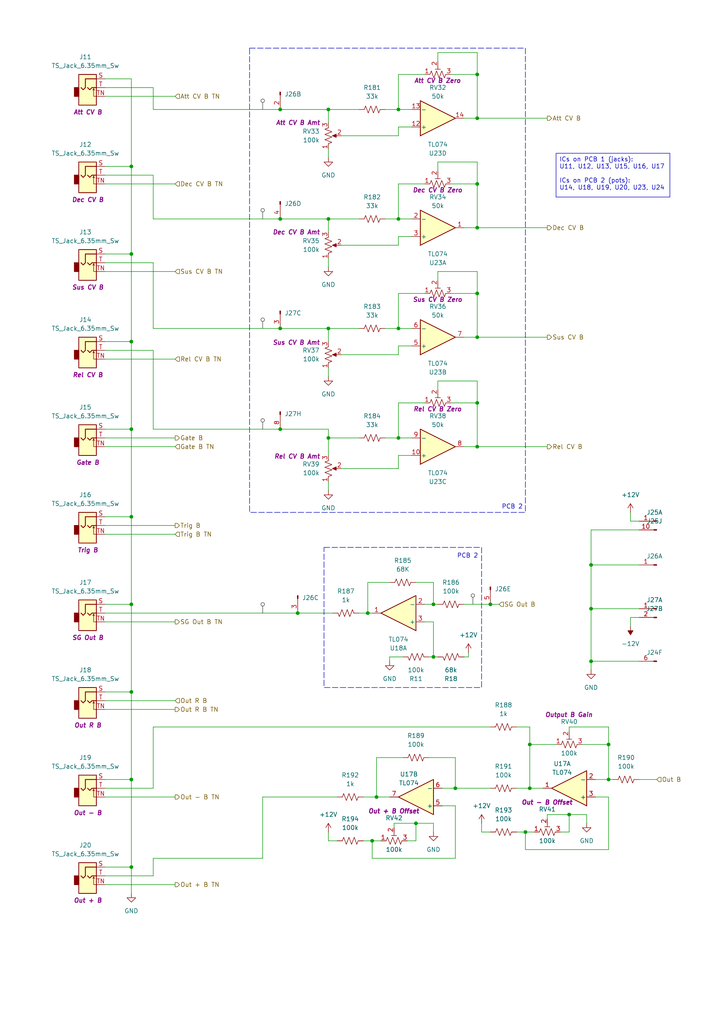
<source format=kicad_sch>
(kicad_sch (version 20250114) (generator "eeschema") (generator_version "9.0")
  (paper "A4" portrait)
  (title_block (company "DMH Instruments") (comment 1 "PCB for 15cm Kosmo format synthesizer module"))
  (lib_symbols
    (symbol "Amplifier_Operational:TL074" (pin_names (offset 0.127))
      (property "Reference" "U" (at 0 5.08 0))
      (property "Value" "TL074" (at 0 -5.08 0))
      (symbol "TL074_1_1"
        (polyline (pts (xy -5.08 5.08) (xy 5.08 0) (xy -5.08 -5.08) (xy -5.08 5.08)) (stroke (width 0.254)) (fill (type background)))
        (pin input line (at -7.62 2.54 0) (length 2.54) (name "+") (number "3"))
        (pin input line (at -7.62 -2.54 0) (length 2.54) (name "-") (number "2"))
        (pin output line (at 7.62 0 180) (length 2.54) (name "~") (number "1"))
      )
      (symbol "TL074_2_1"
        (polyline (pts (xy -5.08 5.08) (xy 5.08 0) (xy -5.08 -5.08) (xy -5.08 5.08)) (stroke (width 0.254)) (fill (type background)))
        (pin input line (at -7.62 2.54 0) (length 2.54) (name "+") (number "5"))
        (pin input line (at -7.62 -2.54 0) (length 2.54) (name "-") (number "6"))
        (pin output line (at 7.62 0 180) (length 2.54) (name "~") (number "7"))
      )
      (symbol "TL074_3_1"
        (polyline (pts (xy -5.08 5.08) (xy 5.08 0) (xy -5.08 -5.08) (xy -5.08 5.08)) (stroke (width 0.254)) (fill (type background)))
        (pin input line (at -7.62 2.54 0) (length 2.54) (name "+") (number "10"))
        (pin input line (at -7.62 -2.54 0) (length 2.54) (name "-") (number "9"))
        (pin output line (at 7.62 0 180) (length 2.54) (name "~") (number "8"))
      )
      (symbol "TL074_4_1"
        (polyline (pts (xy -5.08 5.08) (xy 5.08 0) (xy -5.08 -5.08) (xy -5.08 5.08)) (stroke (width 0.254)) (fill (type background)))
        (pin input line (at -7.62 2.54 0) (length 2.54) (name "+") (number "12"))
        (pin input line (at -7.62 -2.54 0) (length 2.54) (name "-") (number "13"))
        (pin output line (at 7.62 0 180) (length 2.54) (name "~") (number "14"))
      )
      (symbol "TL074_5_1"
        (pin power_in line (at -2.54 7.62 270) (length 3.81) (name "V+") (number "4"))
        (pin power_in line (at -2.54 -7.62 90) (length 3.81) (name "V-") (number "11"))
      )
    )
    (symbol "Device:R_Potentiometer_Trim_US" (pin_names (offset 1.016) (hide yes))
      (property "Reference" "RV" (at -4.445 0 90))
      (property "Value" "R_Potentiometer_Trim_US" (at -2.54 0 90))
      (symbol "R_Potentiometer_Trim_US_0_1"
        (polyline (pts (xy 0 2.286) (xy 0 2.54)))
        (polyline (pts (xy 0 2.286) (xy 1.016 1.905) (xy 0 1.524) (xy -1.016 1.143) (xy 0 0.762)))
        (polyline (pts (xy 0 0.762) (xy 1.016 0.381) (xy 0 0) (xy -1.016 -0.381) (xy 0 -0.762)))
        (polyline (pts (xy 0 -0.762) (xy 1.016 -1.143) (xy 0 -1.524) (xy -1.016 -1.905) (xy 0 -2.286)))
        (polyline (pts (xy 0 -2.286) (xy 0 -2.54)))
        (polyline (pts (xy 1.524 0.762) (xy 1.524 -0.762)))
        (polyline (pts (xy 2.54 0) (xy 1.524 0)))
      )
      (symbol "R_Potentiometer_Trim_US_1_1"
        (pin passive line (at 0 3.81 270) (length 1.27) (name "1") (number "1"))
        (pin passive line (at 0 -3.81 90) (length 1.27) (name "3") (number "3"))
        (pin passive line (at 3.81 0 180) (length 1.27) (name "2") (number "2"))
      )
    )
    (symbol "Device:R_Potentiometer_US" (pin_names (offset 1.016) (hide yes))
      (property "Reference" "RV" (at -4.445 0 90))
      (property "Value" "R_Potentiometer_US" (at -2.54 0 90))
      (symbol "R_Potentiometer_US_0_1"
        (polyline (pts (xy 0 2.54) (xy 0 2.286)))
        (polyline (pts (xy 0 2.286) (xy 1.016 1.905) (xy 0 1.524) (xy -1.016 1.143) (xy 0 0.762)))
        (polyline (pts (xy 0 0.762) (xy 1.016 0.381) (xy 0 0) (xy -1.016 -0.381) (xy 0 -0.762)))
        (polyline (pts (xy 0 -0.762) (xy 1.016 -1.143) (xy 0 -1.524) (xy -1.016 -1.905) (xy 0 -2.286)))
        (polyline (pts (xy 0 -2.286) (xy 0 -2.54)))
        (polyline (pts (xy 1.143 0) (xy 2.286 0.508) (xy 2.286 -0.508) (xy 1.143 0)) (fill (type outline)))
        (polyline (pts (xy 2.54 0) (xy 1.524 0)))
      )
      (symbol "R_Potentiometer_US_1_1"
        (pin passive line (at 0 3.81 270) (length 1.27) (name "1") (number "1"))
        (pin passive line (at 0 -3.81 90) (length 1.27) (name "3") (number "3"))
        (pin passive line (at 3.81 0 180) (length 1.27) (name "2") (number "2"))
      )
    )
    (symbol "Device:R_US" (pin_numbers (hide yes)) (pin_names (offset 0))
      (property "Reference" "R" (at 2.54 0 90))
      (property "Value" "R_US" (at -2.54 0 90))
      (symbol "R_US_0_1"
        (polyline (pts (xy 0 2.286) (xy 0 2.54)))
        (polyline (pts (xy 0 2.286) (xy 1.016 1.905) (xy 0 1.524) (xy -1.016 1.143) (xy 0 0.762)))
        (polyline (pts (xy 0 0.762) (xy 1.016 0.381) (xy 0 0) (xy -1.016 -0.381) (xy 0 -0.762)))
        (polyline (pts (xy 0 -0.762) (xy 1.016 -1.143) (xy 0 -1.524) (xy -1.016 -1.905) (xy 0 -2.286)))
        (polyline (pts (xy 0 -2.286) (xy 0 -2.54)))
      )
      (symbol "R_US_1_1"
        (pin passive line (at 0 3.81 270) (length 1.27) (name "~") (number "1"))
        (pin passive line (at 0 -3.81 90) (length 1.27) (name "~") (number "2"))
      )
    )
    (symbol "SynthStuff:Conn_01x06_PinHeader" (pin_names (offset 1.016) (hide yes))
      (property "Reference" "J" (at 0 2.54 0))
      (symbol "Conn_01x06_PinHeader_1_1"
        (rectangle (start 0.8636 0.127) (end 0 -0.127) (stroke (width 0.1524)) (fill (type outline)))
        (polyline (pts (xy 1.27 0) (xy 0.8636 0)) (stroke (width 0.1524)))
        (pin passive line (at 5.08 0 180) (length 3.81) (name "Pin_1") (number "1"))
      )
      (symbol "Conn_01x06_PinHeader_2_1"
        (rectangle (start 0.8636 0.127) (end 0 -0.127) (stroke (width 0.1524)) (fill (type outline)))
        (polyline (pts (xy 1.27 0) (xy 0.8636 0)) (stroke (width 0.1524)))
        (pin passive line (at 5.08 0 180) (length 3.81) (name "Pin_2") (number "2"))
      )
      (symbol "Conn_01x06_PinHeader_3_1"
        (rectangle (start 0.8636 0.127) (end 0 -0.127) (stroke (width 0.1524)) (fill (type outline)))
        (polyline (pts (xy 1.27 0) (xy 0.8636 0)) (stroke (width 0.1524)))
        (pin passive line (at 5.08 0 180) (length 3.81) (name "Pin_3") (number "3"))
      )
      (symbol "Conn_01x06_PinHeader_4_1"
        (rectangle (start 0.8636 0.127) (end 0 -0.127) (stroke (width 0.1524)) (fill (type outline)))
        (polyline (pts (xy 1.27 0) (xy 0.8636 0)) (stroke (width 0.1524)))
        (pin passive line (at 5.08 0 180) (length 3.81) (name "Pin_4") (number "4"))
      )
      (symbol "Conn_01x06_PinHeader_5_1"
        (rectangle (start 0.8636 0.127) (end 0 -0.127) (stroke (width 0.1524)) (fill (type outline)))
        (polyline (pts (xy 1.27 0) (xy 0.8636 0)) (stroke (width 0.1524)))
        (pin passive line (at 5.08 0 180) (length 3.81) (name "Pin_5") (number "5"))
      )
      (symbol "Conn_01x06_PinHeader_6_1"
        (rectangle (start 0.8636 0.127) (end 0 -0.127) (stroke (width 0.1524)) (fill (type outline)))
        (polyline (pts (xy 1.27 0) (xy 0.8636 0)) (stroke (width 0.1524)))
        (pin passive line (at 5.08 0 180) (length 3.81) (name "Pin_6") (number "6"))
      )
    )
    (symbol "SynthStuff:Conn_01x10_PinHeader" (pin_names (offset 1.016) (hide yes))
      (property "Reference" "J" (at 0 2.54 0))
      (symbol "Conn_01x10_PinHeader_1_1"
        (rectangle (start 0.8636 0.127) (end 0 -0.127) (stroke (width 0.1524)) (fill (type outline)))
        (polyline (pts (xy 1.27 0) (xy 0.8636 0)) (stroke (width 0.1524)))
        (pin passive line (at 5.08 0 180) (length 3.81) (name "Pin_1") (number "1"))
      )
      (symbol "Conn_01x10_PinHeader_2_1"
        (rectangle (start 0.8636 0.127) (end 0 -0.127) (stroke (width 0.1524)) (fill (type outline)))
        (polyline (pts (xy 1.27 0) (xy 0.8636 0)) (stroke (width 0.1524)))
        (pin passive line (at 5.08 0 180) (length 3.81) (name "Pin_2") (number "2"))
      )
      (symbol "Conn_01x10_PinHeader_3_1"
        (rectangle (start 0.8636 0.127) (end 0 -0.127) (stroke (width 0.1524)) (fill (type outline)))
        (polyline (pts (xy 1.27 0) (xy 0.8636 0)) (stroke (width 0.1524)))
        (pin passive line (at 5.08 0 180) (length 3.81) (name "Pin_3") (number "3"))
      )
      (symbol "Conn_01x10_PinHeader_4_1"
        (rectangle (start 0.8636 0.127) (end 0 -0.127) (stroke (width 0.1524)) (fill (type outline)))
        (polyline (pts (xy 1.27 0) (xy 0.8636 0)) (stroke (width 0.1524)))
        (pin passive line (at 5.08 0 180) (length 3.81) (name "Pin_4") (number "4"))
      )
      (symbol "Conn_01x10_PinHeader_5_1"
        (rectangle (start 0.8636 0.127) (end 0 -0.127) (stroke (width 0.1524)) (fill (type outline)))
        (polyline (pts (xy 1.27 0) (xy 0.8636 0)) (stroke (width 0.1524)))
        (pin passive line (at 5.08 0 180) (length 3.81) (name "Pin_5") (number "5"))
      )
      (symbol "Conn_01x10_PinHeader_6_1"
        (rectangle (start 0.8636 0.127) (end 0 -0.127) (stroke (width 0.1524)) (fill (type outline)))
        (polyline (pts (xy 1.27 0) (xy 0.8636 0)) (stroke (width 0.1524)))
        (pin passive line (at 5.08 0 180) (length 3.81) (name "Pin_6") (number "6"))
      )
      (symbol "Conn_01x10_PinHeader_7_1"
        (rectangle (start 0.8636 0.127) (end 0 -0.127) (stroke (width 0.1524)) (fill (type outline)))
        (polyline (pts (xy 1.27 0) (xy 0.8636 0)) (stroke (width 0.1524)))
        (pin passive line (at 5.08 0 180) (length 3.81) (name "Pin_7") (number "7"))
      )
      (symbol "Conn_01x10_PinHeader_8_1"
        (rectangle (start 0.8636 0.127) (end 0 -0.127) (stroke (width 0.1524)) (fill (type outline)))
        (polyline (pts (xy 1.27 0) (xy 0.8636 0)) (stroke (width 0.1524)))
        (pin passive line (at 5.08 0 180) (length 3.81) (name "Pin_8") (number "8"))
      )
      (symbol "Conn_01x10_PinHeader_9_1"
        (rectangle (start 0.8636 0.127) (end 0 -0.127) (stroke (width 0.1524)) (fill (type outline)))
        (polyline (pts (xy 1.27 0) (xy 0.8636 0)) (stroke (width 0.1524)))
        (pin passive line (at 5.08 0 180) (length 3.81) (name "Pin_9") (number "9"))
      )
      (symbol "Conn_01x10_PinHeader_10_1"
        (rectangle (start 0.8636 0.127) (end 0 -0.127) (stroke (width 0.1524)) (fill (type outline)))
        (polyline (pts (xy 1.27 0) (xy 0.8636 0)) (stroke (width 0.1524)))
        (pin passive line (at 5.08 0 180) (length 3.81) (name "Pin_10") (number "10"))
      )
    )
    (symbol "SynthStuff:TS_Jack_6.35mm_Sw"
      (property "Reference" "J" (at -0.635 8.89 0))
      (property "Value" "TS_Jack_6.35mm_Sw" (at -0.635 6.35 0))
      (symbol "TS_Jack_6.35mm_Sw_0_1"
        (rectangle (start -2.54 0) (end -3.81 -2.54) (stroke (width 0.254)) (fill (type outline)))
        (polyline (pts (xy 0 0) (xy 0.635 -0.635) (xy 1.27 0) (xy 2.54 0)) (stroke (width 0.254)))
        (polyline (pts (xy 1.778 -0.254) (xy 2.032 -0.762)))
        (rectangle (start 2.54 3.81) (end -2.54 -5.08) (stroke (width 0.254)) (fill (type background)))
        (polyline (pts (xy 2.54 2.54) (xy -0.635 2.54) (xy -0.635 0) (xy -1.27 -0.635) (xy -1.905 0)) (stroke (width 0.254)))
        (polyline (pts (xy 2.54 -2.54) (xy 1.778 -2.54) (xy 1.778 -0.254) (xy 1.524 -0.762)))
      )
      (symbol "TS_Jack_6.35mm_Sw_1_1"
        (pin passive line (at 5.08 2.54 180) (length 2.54) (name "~") (number "S"))
        (pin passive line (at 5.08 0 180) (length 2.54) (name "~") (number "T"))
        (pin passive line (at 5.08 -2.54 180) (length 2.54) (name "~") (number "TN"))
      )
    )
    (symbol "power:+12V" (power) (pin_numbers (hide yes)) (pin_names (offset 0) (hide yes))
      (property "Value" "+12V" (at 0 3.556 0))
      (symbol "+12V_0_1"
        (polyline (pts (xy -0.762 1.27) (xy 0 2.54)))
        (polyline (pts (xy 0 2.54) (xy 0.762 1.27)))
        (polyline (pts (xy 0 0) (xy 0 2.54)))
      )
      (symbol "+12V_1_1"
        (pin power_in line (at 0 0 90) (length 0) (name "~") (number "1"))
      )
    )
    (symbol "power:-12V" (power) (pin_numbers (hide yes)) (pin_names (offset 0) (hide yes))
      (property "Value" "-12V" (at 0 3.556 0))
      (symbol "-12V_0_0"
        (pin power_in line (at 0 0 90) (length 0) (name "~") (number "1"))
      )
      (symbol "-12V_0_1"
        (polyline (pts (xy 0 0) (xy 0 1.27) (xy 0.762 1.27) (xy 0 2.54) (xy -0.762 1.27) (xy 0 1.27)) (fill (type outline)))
      )
    )
    (symbol "power:GND" (power) (pin_numbers (hide yes)) (pin_names (offset 0) (hide yes))
      (property "Value" "GND" (at 0 -3.81 0))
      (symbol "GND_0_1"
        (polyline (pts (xy 0 0) (xy 0 -1.27) (xy 1.27 -1.27) (xy 0 -2.54) (xy -1.27 -1.27) (xy 0 -1.27)))
      )
      (symbol "GND_1_1"
        (pin power_in line (at 0 0 270) (length 0) (name "~") (number "1"))
      )
    )
  )
  (rectangle (start 72.39 13.97) (end 152.4 148.59) (stroke (width 0) (type dash)))
  (rectangle (start 93.98 158.75) (end 139.7 199.39) (stroke (width 0) (type dash)))
  (text "PCB 2" (at 148.59 147.066 0) (effects (font (size 1.27 1.27))))
  (text "PCB 2" (at 135.636 161.29 0) (effects (font (size 1.27 1.27))))
  (text_box "ICs on PCB 1 (jacks):\nU11, U12, U13, U15, U16, U17\n\nICs on PCB 2 (pots):\nU14, U18, U19, U20, U23, U24" (at 161.29 44.45 0) (size 33.02 12.7) (margins 0.9525 0.9525 0.9525 0.9525) (effects (font (size 1.27 1.27)) (justify left top)))
  (junction (at 38.1 226.06))
  (junction (at 132.08 228.6))
  (junction (at 176.53 226.06))
  (junction (at 153.67 228.6))
  (junction (at 38.1 124.46))
  (junction (at 120.65 238.76))
  (junction (at 86.36 177.8))
  (junction (at 115.57 31.75))
  (junction (at 125.73 190.5))
  (junction (at 38.1 200.66))
  (junction (at 81.28 31.75))
  (junction (at 138.43 21.59))
  (junction (at 171.45 191.77))
  (junction (at 176.53 215.9))
  (junction (at 115.57 95.25))
  (junction (at 142.24 175.26))
  (junction (at 38.1 175.26))
  (junction (at 95.25 31.75))
  (junction (at 138.43 116.84))
  (junction (at 152.4 241.3))
  (junction (at 138.43 129.54))
  (junction (at 38.1 149.86))
  (junction (at 81.28 63.5))
  (junction (at 171.45 176.53))
  (junction (at 38.1 99.06))
  (junction (at 38.1 73.66))
  (junction (at 138.43 97.79))
  (junction (at 107.95 243.84))
  (junction (at 138.43 66.04))
  (junction (at 171.45 163.83))
  (junction (at 95.25 95.25))
  (junction (at 165.1 236.22))
  (junction (at 95.25 63.5))
  (junction (at 153.67 215.9))
  (junction (at 81.28 124.46))
  (junction (at 115.57 127))
  (junction (at 115.57 63.5))
  (junction (at 38.1 251.46))
  (junction (at 38.1 48.26))
  (junction (at 138.43 34.29))
  (junction (at 95.25 127))
  (junction (at 109.22 231.14))
  (junction (at 138.43 53.34))
  (junction (at 81.28 95.25))
  (junction (at 138.43 85.09))
  (junction (at 125.73 175.26))
  (junction (at 106.68 177.8))
  (wire (pts (xy 81.28 95.25) (xy 95.25 95.25)))
  (wire (pts (xy 115.57 85.09) (xy 123.19 85.09)))
  (wire (pts (xy 130.81 21.59) (xy 138.43 21.59)))
  (wire (pts (xy 95.25 127) (xy 95.25 132.08)))
  (wire (pts (xy 30.48 152.4) (xy 50.8 152.4)))
  (wire (pts (xy 38.1 22.86) (xy 38.1 48.26)))
  (wire (pts (xy 171.45 191.77) (xy 171.45 194.31)))
  (wire (pts (xy 130.81 53.34) (xy 138.43 53.34)))
  (wire (pts (xy 38.1 251.46) (xy 30.48 251.46)))
  (wire (pts (xy 95.25 63.5) (xy 95.25 67.31)))
  (wire (pts (xy 95.25 31.75) (xy 95.25 35.56)))
  (wire (pts (xy 127 78.74) (xy 138.43 78.74)))
  (wire (pts (xy 115.57 135.89) (xy 115.57 132.08)))
  (wire (pts (xy 125.73 238.76) (xy 125.73 241.3)))
  (wire (pts (xy 115.57 36.83) (xy 119.38 36.83)))
  (wire (pts (xy 30.48 50.8) (xy 44.45 50.8)))
  (wire (pts (xy 138.43 97.79) (xy 158.75 97.79)))
  (wire (pts (xy 185.42 226.06) (xy 190.5 226.06)))
  (wire (pts (xy 44.45 210.82) (xy 44.45 228.6)))
  (wire (pts (xy 149.86 241.3) (xy 152.4 241.3)))
  (wire (pts (xy 30.48 231.14) (xy 50.8 231.14)))
  (wire (pts (xy 138.43 66.04) (xy 158.75 66.04)))
  (wire (pts (xy 158.75 237.49) (xy 158.75 236.22)))
  (wire (pts (xy 115.57 53.34) (xy 115.57 63.5)))
  (wire (pts (xy 30.48 203.2) (xy 50.8 203.2)))
  (wire (pts (xy 95.25 241.3) (xy 95.25 243.84)))
  (wire (pts (xy 120.65 243.84) (xy 120.65 238.76)))
  (wire (pts (xy 30.48 226.06) (xy 38.1 226.06)))
  (wire (pts (xy 142.24 175.26) (xy 144.78 175.26)))
  (wire (pts (xy 30.48 254) (xy 44.45 254)))
  (wire (pts (xy 158.75 236.22) (xy 165.1 236.22)))
  (wire (pts (xy 115.57 39.37) (xy 115.57 36.83)))
  (wire (pts (xy 30.48 129.54) (xy 50.8 129.54)))
  (wire (pts (xy 115.57 95.25) (xy 119.38 95.25)))
  (wire (pts (xy 76.2 231.14) (xy 97.79 231.14)))
  (wire (pts (xy 30.48 48.26) (xy 38.1 48.26)))
  (wire (pts (xy 30.48 124.46) (xy 38.1 124.46)))
  (wire (pts (xy 81.28 124.46) (xy 95.25 124.46)))
  (wire (pts (xy 115.57 21.59) (xy 123.19 21.59)))
  (wire (pts (xy 44.45 76.2) (xy 44.45 95.25)))
  (wire (pts (xy 30.48 200.66) (xy 38.1 200.66)))
  (wire (pts (xy 44.45 31.75) (xy 81.28 31.75)))
  (wire (pts (xy 76.2 248.92) (xy 76.2 231.14)))
  (wire (pts (xy 107.95 243.84) (xy 110.49 243.84)))
  (wire (pts (xy 165.1 210.82) (xy 176.53 210.82)))
  (wire (pts (xy 30.48 101.6) (xy 44.45 101.6)))
  (wire (pts (xy 138.43 21.59) (xy 138.43 34.29)))
  (wire (pts (xy 115.57 127) (xy 119.38 127)))
  (wire (pts (xy 162.56 241.3) (xy 165.1 241.3)))
  (wire (pts (xy 127 175.26) (xy 125.73 175.26)))
  (wire (pts (xy 149.86 210.82) (xy 153.67 210.82)))
  (wire (pts (xy 95.25 124.46) (xy 95.25 127)))
  (wire (pts (xy 153.67 228.6) (xy 157.48 228.6)))
  (wire (pts (xy 44.45 63.5) (xy 81.28 63.5)))
  (wire (pts (xy 113.03 190.5) (xy 113.03 191.77)))
  (wire (pts (xy 95.25 127) (xy 104.14 127)))
  (wire (pts (xy 161.29 215.9) (xy 153.67 215.9)))
  (wire (pts (xy 182.88 148.59) (xy 182.88 151.13)))
  (wire (pts (xy 38.1 99.06) (xy 38.1 124.46)))
  (wire (pts (xy 138.43 78.74) (xy 138.43 85.09)))
  (wire (pts (xy 38.1 124.46) (xy 38.1 149.86)))
  (wire (pts (xy 171.45 153.67) (xy 171.45 163.83)))
  (wire (pts (xy 116.84 219.71) (xy 109.22 219.71)))
  (wire (pts (xy 172.72 226.06) (xy 176.53 226.06)))
  (wire (pts (xy 30.48 180.34) (xy 50.8 180.34)))
  (wire (pts (xy 30.48 175.26) (xy 38.1 175.26)))
  (wire (pts (xy 172.72 231.14) (xy 176.53 231.14)))
  (wire (pts (xy 111.76 63.5) (xy 115.57 63.5)))
  (wire (pts (xy 95.25 243.84) (xy 97.79 243.84)))
  (wire (pts (xy 176.53 215.9) (xy 176.53 226.06)))
  (wire (pts (xy 115.57 63.5) (xy 119.38 63.5)))
  (wire (pts (xy 111.76 95.25) (xy 115.57 95.25)))
  (wire (pts (xy 149.86 228.6) (xy 153.67 228.6)))
  (wire (pts (xy 115.57 116.84) (xy 115.57 127)))
  (wire (pts (xy 105.41 231.14) (xy 109.22 231.14)))
  (wire (pts (xy 95.25 106.68) (xy 95.25 109.22)))
  (wire (pts (xy 127 110.49) (xy 138.43 110.49)))
  (wire (pts (xy 44.45 248.92) (xy 76.2 248.92)))
  (wire (pts (xy 113.03 168.91) (xy 106.68 168.91)))
  (wire (pts (xy 99.06 135.89) (xy 115.57 135.89)))
  (wire (pts (xy 30.48 25.4) (xy 44.45 25.4)))
  (wire (pts (xy 38.1 175.26) (xy 38.1 200.66)))
  (wire (pts (xy 134.62 175.26) (xy 142.24 175.26)))
  (wire (pts (xy 105.41 243.84) (xy 107.95 243.84)))
  (wire (pts (xy 109.22 231.14) (xy 113.03 231.14)))
  (wire (pts (xy 120.65 238.76) (xy 125.73 238.76)))
  (wire (pts (xy 30.48 22.86) (xy 38.1 22.86)))
  (wire (pts (xy 153.67 210.82) (xy 153.67 215.9)))
  (wire (pts (xy 128.27 228.6) (xy 132.08 228.6)))
  (wire (pts (xy 86.36 177.8) (xy 96.52 177.8)))
  (wire (pts (xy 115.57 132.08) (xy 119.38 132.08)))
  (wire (pts (xy 125.73 175.26) (xy 123.19 175.26)))
  (wire (pts (xy 95.25 31.75) (xy 104.14 31.75)))
  (wire (pts (xy 127 15.24) (xy 138.43 15.24)))
  (wire (pts (xy 130.81 116.84) (xy 138.43 116.84)))
  (wire (pts (xy 44.45 95.25) (xy 81.28 95.25)))
  (wire (pts (xy 81.28 31.75) (xy 95.25 31.75)))
  (wire (pts (xy 127 81.28) (xy 127 78.74)))
  (wire (pts (xy 115.57 21.59) (xy 115.57 31.75)))
  (wire (pts (xy 168.91 215.9) (xy 176.53 215.9)))
  (wire (pts (xy 38.1 149.86) (xy 38.1 175.26)))
  (wire (pts (xy 116.84 190.5) (xy 113.03 190.5)))
  (wire (pts (xy 176.53 226.06) (xy 177.8 226.06)))
  (wire (pts (xy 30.48 73.66) (xy 38.1 73.66)))
  (wire (pts (xy 125.73 180.34) (xy 125.73 190.5)))
  (wire (pts (xy 30.48 154.94) (xy 50.8 154.94)))
  (wire (pts (xy 132.08 233.68) (xy 132.08 248.92)))
  (wire (pts (xy 127 17.78) (xy 127 15.24)))
  (wire (pts (xy 165.1 212.09) (xy 165.1 210.82)))
  (wire (pts (xy 30.48 78.74) (xy 50.8 78.74)))
  (wire (pts (xy 138.43 97.79) (xy 134.62 97.79)))
  (wire (pts (xy 185.42 151.13) (xy 182.88 151.13)))
  (wire (pts (xy 123.19 180.34) (xy 125.73 180.34)))
  (wire (pts (xy 127 46.99) (xy 138.43 46.99)))
  (wire (pts (xy 132.08 219.71) (xy 132.08 228.6)))
  (wire (pts (xy 138.43 34.29) (xy 158.75 34.29)))
  (wire (pts (xy 152.4 241.3) (xy 152.4 246.38)))
  (wire (pts (xy 138.43 46.99) (xy 138.43 53.34)))
  (wire (pts (xy 171.45 163.83) (xy 171.45 176.53)))
  (wire (pts (xy 44.45 228.6) (xy 30.48 228.6)))
  (wire (pts (xy 138.43 66.04) (xy 134.62 66.04)))
  (wire (pts (xy 115.57 102.87) (xy 115.57 100.33)))
  (wire (pts (xy 81.28 63.5) (xy 95.25 63.5)))
  (wire (pts (xy 132.08 248.92) (xy 107.95 248.92)))
  (wire (pts (xy 38.1 251.46) (xy 38.1 259.08)))
  (wire (pts (xy 30.48 104.14) (xy 50.8 104.14)))
  (wire (pts (xy 38.1 226.06) (xy 38.1 251.46)))
  (wire (pts (xy 127 49.53) (xy 127 46.99)))
  (wire (pts (xy 114.3 238.76) (xy 120.65 238.76)))
  (wire (pts (xy 115.57 116.84) (xy 123.19 116.84)))
  (wire (pts (xy 115.57 68.58) (xy 119.38 68.58)))
  (wire (pts (xy 153.67 215.9) (xy 153.67 228.6)))
  (wire (pts (xy 44.45 210.82) (xy 142.24 210.82)))
  (wire (pts (xy 125.73 190.5) (xy 127 190.5)))
  (wire (pts (xy 109.22 219.71) (xy 109.22 231.14)))
  (wire (pts (xy 135.89 190.5) (xy 135.89 189.23)))
  (wire (pts (xy 30.48 76.2) (xy 44.45 76.2)))
  (wire (pts (xy 139.7 241.3) (xy 142.24 241.3)))
  (wire (pts (xy 111.76 127) (xy 115.57 127)))
  (wire (pts (xy 170.18 236.22) (xy 165.1 236.22)))
  (wire (pts (xy 30.48 205.74) (xy 50.8 205.74)))
  (wire (pts (xy 171.45 163.83) (xy 185.42 163.83)))
  (wire (pts (xy 115.57 100.33) (xy 119.38 100.33)))
  (wire (pts (xy 107.95 177.8) (xy 106.68 177.8)))
  (wire (pts (xy 176.53 246.38) (xy 176.53 231.14)))
  (wire (pts (xy 138.43 129.54) (xy 158.75 129.54)))
  (wire (pts (xy 132.08 228.6) (xy 142.24 228.6)))
  (wire (pts (xy 185.42 153.67) (xy 171.45 153.67)))
  (wire (pts (xy 106.68 168.91) (xy 106.68 177.8)))
  (wire (pts (xy 120.65 168.91) (xy 125.73 168.91)))
  (wire (pts (xy 104.14 177.8) (xy 106.68 177.8)))
  (wire (pts (xy 182.88 181.61) (xy 182.88 179.07)))
  (wire (pts (xy 165.1 236.22) (xy 165.1 241.3)))
  (wire (pts (xy 152.4 246.38) (xy 176.53 246.38)))
  (wire (pts (xy 111.76 31.75) (xy 115.57 31.75)))
  (wire (pts (xy 182.88 179.07) (xy 185.42 179.07)))
  (wire (pts (xy 44.45 101.6) (xy 44.45 124.46)))
  (wire (pts (xy 95.25 63.5) (xy 104.14 63.5)))
  (wire (pts (xy 44.45 124.46) (xy 81.28 124.46)))
  (wire (pts (xy 176.53 210.82) (xy 176.53 215.9)))
  (wire (pts (xy 99.06 39.37) (xy 115.57 39.37)))
  (wire (pts (xy 138.43 34.29) (xy 134.62 34.29)))
  (wire (pts (xy 95.25 74.93) (xy 95.25 77.47)))
  (wire (pts (xy 44.45 248.92) (xy 44.45 254)))
  (wire (pts (xy 128.27 233.68) (xy 132.08 233.68)))
  (wire (pts (xy 99.06 102.87) (xy 115.57 102.87)))
  (wire (pts (xy 95.25 139.7) (xy 95.25 142.24)))
  (wire (pts (xy 30.48 177.8) (xy 86.36 177.8)))
  (wire (pts (xy 124.46 219.71) (xy 132.08 219.71)))
  (wire (pts (xy 38.1 73.66) (xy 38.1 99.06)))
  (wire (pts (xy 138.43 110.49) (xy 138.43 116.84)))
  (wire (pts (xy 125.73 168.91) (xy 125.73 175.26)))
  (wire (pts (xy 30.48 53.34) (xy 50.8 53.34)))
  (wire (pts (xy 138.43 85.09) (xy 138.43 97.79)))
  (wire (pts (xy 30.48 149.86) (xy 38.1 149.86)))
  (wire (pts (xy 138.43 53.34) (xy 138.43 66.04)))
  (wire (pts (xy 30.48 127) (xy 50.8 127)))
  (wire (pts (xy 134.62 190.5) (xy 135.89 190.5)))
  (wire (pts (xy 152.4 241.3) (xy 154.94 241.3)))
  (wire (pts (xy 127 113.03) (xy 127 110.49)))
  (wire (pts (xy 44.45 25.4) (xy 44.45 31.75)))
  (wire (pts (xy 107.95 248.92) (xy 107.95 243.84)))
  (wire (pts (xy 130.81 85.09) (xy 138.43 85.09)))
  (wire (pts (xy 115.57 85.09) (xy 115.57 95.25)))
  (wire (pts (xy 38.1 200.66) (xy 38.1 226.06)))
  (wire (pts (xy 30.48 27.94) (xy 50.8 27.94)))
  (wire (pts (xy 118.11 243.84) (xy 120.65 243.84)))
  (wire (pts (xy 115.57 31.75) (xy 119.38 31.75)))
  (wire (pts (xy 171.45 176.53) (xy 185.42 176.53)))
  (wire (pts (xy 115.57 71.12) (xy 115.57 68.58)))
  (wire (pts (xy 95.25 95.25) (xy 95.25 99.06)))
  (wire (pts (xy 115.57 53.34) (xy 123.19 53.34)))
  (wire (pts (xy 170.18 238.76) (xy 170.18 236.22)))
  (wire (pts (xy 138.43 129.54) (xy 134.62 129.54)))
  (wire (pts (xy 138.43 116.84) (xy 138.43 129.54)))
  (wire (pts (xy 171.45 191.77) (xy 185.42 191.77)))
  (wire (pts (xy 44.45 50.8) (xy 44.45 63.5)))
  (wire (pts (xy 114.3 240.03) (xy 114.3 238.76)))
  (wire (pts (xy 99.06 71.12) (xy 115.57 71.12)))
  (wire (pts (xy 30.48 256.54) (xy 50.8 256.54)))
  (wire (pts (xy 95.25 95.25) (xy 104.14 95.25)))
  (wire (pts (xy 139.7 238.76) (xy 139.7 241.3)))
  (wire (pts (xy 38.1 48.26) (xy 38.1 73.66)))
  (wire (pts (xy 138.43 15.24) (xy 138.43 21.59)))
  (wire (pts (xy 95.25 43.18) (xy 95.25 45.72)))
  (wire (pts (xy 30.48 99.06) (xy 38.1 99.06)))
  (wire (pts (xy 124.46 190.5) (xy 125.73 190.5)))
  (wire (pts (xy 171.45 176.53) (xy 171.45 191.77)))
  (hierarchical_label "Dec CV B" (shape output) (at 158.75 66.04 0))
  (hierarchical_label "Out R B TN" (shape output) (at 50.8 205.74 0))
  (hierarchical_label "Out B" (shape input) (at 190.5 226.06 0))
  (hierarchical_label "Rel CV B" (shape output) (at 158.75 129.54 0))
  (hierarchical_label "Gate B TN" (shape input) (at 50.8 129.54 0))
  (hierarchical_label "Out R B" (shape input) (at 50.8 203.2 0))
  (hierarchical_label "SG Out B" (shape input) (at 144.78 175.26 0))
  (hierarchical_label "Out + B TN" (shape output) (at 50.8 256.54 0))
  (hierarchical_label "SG Out B TN" (shape output) (at 50.8 180.34 0))
  (hierarchical_label "Trig B" (shape output) (at 50.8 152.4 0))
  (hierarchical_label "Att CV B TN" (shape input) (at 50.8 27.94 0))
  (hierarchical_label "Out - B TN" (shape output) (at 50.8 231.14 0))
  (hierarchical_label "Dec CV B TN" (shape input) (at 50.8 53.34 0))
  (hierarchical_label "Sus CV B" (shape output) (at 158.75 97.79 0))
  (hierarchical_label "Trig B TN" (shape input) (at 50.8 154.94 0))
  (hierarchical_label "Sus CV B TN" (shape input) (at 50.8 78.74 0))
  (hierarchical_label "Gate B" (shape output) (at 50.8 127 0))
  (hierarchical_label "Att CV B" (shape output) (at 158.75 34.29 0))
  (hierarchical_label "Rel CV B TN" (shape input) (at 50.8 104.14 0))
  (netclass_flag "" (length 2.54) (shape round) (at 76.2 95.25 0) (property "Netclass" "CrossPCB" (effects (hide yes))))
  (netclass_flag "" (length 2.54) (shape round) (at 76.2 31.75 0) (property "Netclass" "CrossPCB" (effects (hide yes))))
  (netclass_flag "" (length 2.54) (shape round) (at 137.16 175.26 0) (property "Netclass" "CrossPCB" (effects (hide yes))))
  (netclass_flag "" (length 2.54) (shape round) (at 76.2 63.5 0) (property "Netclass" "CrossPCB" (effects (hide yes))))
  (netclass_flag "" (length 2.54) (shape round) (at 76.2 124.46 0) (property "Netclass" "CrossPCB" (effects (hide yes))))
  (netclass_flag "" (length 2.54) (shape round) (at 76.2 177.8 0) (property "Netclass" "CrossPCB" (effects (hide yes))))
  (symbol (lib_id "Device:R_US") (at 130.81 190.5 270) (mirror x) (unit 1) (on_board no)
    (property "Reference" "R18" (at 130.81 196.85 90))
    (property "Value" "68k" (at 130.81 194.31 90))
    (property "Footprint" "Resistor_THT:R_Axial_DIN0207_L6.3mm_D2.5mm_P7.62mm_Horizontal" (effects (hide yes)))
    (property "Description" "Resistor, US symbol" (effects (hide yes)))
  )
  (symbol (lib_id "power:+12V") (at 182.88 148.59 0) (unit 1)
    (property "Reference" "#PWR0159" (effects (hide yes)))
    (property "Value" "+12V" (at 182.88 143.51 0))
    (property "Description" "Power symbol creates a global label with name \"+12V\"" (effects (hide yes)))
  )
  (symbol (lib_id "Device:R_Potentiometer_Trim_US") (at 127 85.09 90) (unit 1) (on_board no)
    (property "Reference" "RV36" (at 127 88.9 90))
    (property "Value" "50k" (at 127 91.44 90))
    (property "Footprint" "Potentiometer_THT:Potentiometer_Bourns_3296X_Horizontal" (effects (hide yes)))
    (property "Description" "Trim-potentiometer, US symbol" (effects (hide yes)))
    (property "Function" "Sus CV B Zero" (at 127 86.868 90) (effects (font (thickness 0.254) (bold yes) (italic yes))))
  )
  (symbol (lib_id "power:GND") (at 95.25 109.22 0) (unit 1) (on_board no)
    (property "Reference" "#PWR0157" (effects (hide yes)))
    (property "Value" "GND" (at 95.25 114.3 0))
    (property "Description" "Power symbol creates a global label with name \"GND\" , ground" (effects (hide yes)))
  )
  (symbol (lib_id "SynthStuff:TS_Jack_6.35mm_Sw") (at 25.4 101.6 0) (unit 1)
    (property "Reference" "J14" (at 24.765 92.71 0))
    (property "Value" "TS_Jack_6.35mm_Sw" (at 24.765 95.25 0))
    (property "Footprint" "SynthStuff:CUI_MJ-63052A" (effects (hide yes)))
    (property "Description" "Audio Jack, 2 Poles (Mono / TS), Switched T Pole (Normalling), 6.35mm, 1/4inch" (effects (hide yes)))
    (property "Function" "Rel CV B" (at 25.4 108.712 0) (effects (font (thickness 0.254) (bold yes) (italic yes))))
  )
  (symbol (lib_id "SynthStuff:TS_Jack_6.35mm_Sw") (at 25.4 203.2 0) (unit 1)
    (property "Reference" "J18" (at 24.765 194.31 0))
    (property "Value" "TS_Jack_6.35mm_Sw" (at 24.765 196.85 0))
    (property "Footprint" "SynthStuff:CUI_MJ-63052A" (effects (hide yes)))
    (property "Description" "Audio Jack, 2 Poles (Mono / TS), Switched T Pole (Normalling), 6.35mm, 1/4inch" (effects (hide yes)))
    (property "Function" "Out R B" (at 25.4 210.312 0) (effects (font (thickness 0.254) (bold yes) (italic yes))))
  )
  (symbol (lib_id "SynthStuff:Conn_01x10_PinHeader") (at 81.28 26.67 270) (unit 2)
    (property "Reference" "J26" (at 82.55 27.3049 90) (effects (justify left)))
    (property "Value" "Conn_01x10_PinHeader" (effects (hide yes)))
    (property "Footprint" "Connector_PinHeader_2.54mm:PinHeader_1x10_P2.54mm_Vertical" (effects (hide yes)))
    (property "Description" "Generic connector, single row, 01x10" (effects (hide yes)))
  )
  (symbol (lib_id "Device:R_US") (at 116.84 168.91 270) (unit 1) (on_board no)
    (property "Reference" "R185" (at 116.84 162.56 90))
    (property "Value" "68K" (at 116.84 165.1 90))
    (property "Footprint" "Resistor_THT:R_Axial_DIN0207_L6.3mm_D2.5mm_P7.62mm_Horizontal" (effects (hide yes)))
    (property "Description" "Resistor, US symbol" (effects (hide yes)))
  )
  (symbol (lib_id "SynthStuff:TS_Jack_6.35mm_Sw") (at 25.4 127 0) (unit 1)
    (property "Reference" "J15" (at 24.765 118.11 0))
    (property "Value" "TS_Jack_6.35mm_Sw" (at 24.765 120.65 0))
    (property "Footprint" "SynthStuff:CUI_MJ-63052A" (effects (hide yes)))
    (property "Description" "Audio Jack, 2 Poles (Mono / TS), Switched T Pole (Normalling), 6.35mm, 1/4inch" (effects (hide yes)))
    (property "Function" "Gate B" (at 25.4 134.112 0) (effects (font (thickness 0.254) (bold yes) (italic yes))))
  )
  (symbol (lib_id "Device:R_US") (at 101.6 243.84 270) (unit 1)
    (property "Reference" "R194" (at 101.6 237.49 90))
    (property "Value" "100k" (at 101.6 240.03 90))
    (property "Footprint" "Resistor_THT:R_Axial_DIN0207_L6.3mm_D2.5mm_P7.62mm_Horizontal" (effects (hide yes)))
    (property "Description" "Resistor, US symbol" (effects (hide yes)))
  )
  (symbol (lib_id "Device:R_US") (at 107.95 63.5 90) (unit 1) (on_board no)
    (property "Reference" "R182" (at 107.95 57.15 90))
    (property "Value" "33k" (at 107.95 59.69 90))
    (property "Footprint" "Resistor_THT:R_Axial_DIN0207_L6.3mm_D2.5mm_P7.62mm_Horizontal" (effects (hide yes)))
    (property "Description" "Resistor, US symbol" (effects (hide yes)))
  )
  (symbol (lib_id "SynthStuff:TS_Jack_6.35mm_Sw") (at 25.4 50.8 0) (unit 1)
    (property "Reference" "J12" (at 24.765 41.91 0))
    (property "Value" "TS_Jack_6.35mm_Sw" (at 24.765 44.45 0))
    (property "Footprint" "SynthStuff:CUI_MJ-63052A" (effects (hide yes)))
    (property "Description" "Audio Jack, 2 Poles (Mono / TS), Switched T Pole (Normalling), 6.35mm, 1/4inch" (effects (hide yes)))
    (property "Function" "Dec CV B" (at 25.4 57.912 0) (effects (font (thickness 0.254) (bold yes) (italic yes))))
  )
  (symbol (lib_id "SynthStuff:TS_Jack_6.35mm_Sw") (at 25.4 228.6 0) (unit 1)
    (property "Reference" "J19" (at 24.765 219.71 0))
    (property "Value" "TS_Jack_6.35mm_Sw" (at 24.765 222.25 0))
    (property "Footprint" "SynthStuff:CUI_MJ-63052A" (effects (hide yes)))
    (property "Description" "Audio Jack, 2 Poles (Mono / TS), Switched T Pole (Normalling), 6.35mm, 1/4inch" (effects (hide yes)))
    (property "Function" "Out - B" (at 25.4 235.712 0) (effects (font (thickness 0.254) (bold yes) (italic yes))))
  )
  (symbol (lib_id "Amplifier_Operational:TL074") (at 127 34.29 0) (mirror x) (unit 4) (on_board no)
    (property "Reference" "U23" (at 127 44.45 0))
    (property "Value" "TL074" (at 127 41.91 0))
    (property "Footprint" "Package_DIP:DIP-14_W7.62mm_Socket" (effects (hide yes)))
    (property "Datasheet" "http://www.ti.com/lit/ds/symlink/tl071.pdf" (effects (hide yes)))
    (property "Description" "Quad Low-Noise JFET-Input Operational Amplifiers, DIP-14/SOIC-14" (effects (hide yes)))
  )
  (symbol (lib_id "Device:R_US") (at 100.33 177.8 90) (mirror x) (unit 1) (on_board no)
    (property "Reference" "R187" (at 100.33 171.45 90))
    (property "Value" "1k" (at 100.33 173.99 90))
    (property "Footprint" "Resistor_THT:R_Axial_DIN0207_L6.3mm_D2.5mm_P7.62mm_Horizontal" (effects (hide yes)))
    (property "Description" "Resistor, US symbol" (effects (hide yes)))
  )
  (symbol (lib_id "SynthStuff:TS_Jack_6.35mm_Sw") (at 25.4 25.4 0) (unit 1)
    (property "Reference" "J11" (at 24.765 16.51 0))
    (property "Value" "TS_Jack_6.35mm_Sw" (at 24.765 19.05 0))
    (property "Footprint" "SynthStuff:CUI_MJ-63052A" (effects (hide yes)))
    (property "Description" "Audio Jack, 2 Poles (Mono / TS), Switched T Pole (Normalling), 6.35mm, 1/4inch" (effects (hide yes)))
    (property "Function" "Att CV B" (at 25.4 32.512 0) (effects (font (thickness 0.254) (bold yes) (italic yes))))
  )
  (symbol (lib_id "Amplifier_Operational:TL074") (at 165.1 228.6 180) (unit 1)
    (property "Reference" "U17" (at 163.068 221.488 0))
    (property "Value" "TL074" (at 163.068 224.028 0))
    (property "Footprint" "Package_DIP:DIP-14_W7.62mm_Socket" (effects (hide yes)))
    (property "Datasheet" "http://www.ti.com/lit/ds/symlink/tl071.pdf" (effects (hide yes)))
    (property "Description" "Quad Low-Noise JFET-Input Operational Amplifiers, DIP-14/SOIC-14" (effects (hide yes)))
  )
  (symbol (lib_id "power:GND") (at 95.25 142.24 0) (unit 1) (on_board no)
    (property "Reference" "#PWR0158" (effects (hide yes)))
    (property "Value" "GND" (at 95.25 147.32 0))
    (property "Description" "Power symbol creates a global label with name \"GND\" , ground" (effects (hide yes)))
  )
  (symbol (lib_id "power:GND") (at 113.03 191.77 0) (mirror y) (unit 1) (on_board no)
    (property "Reference" "#PWR038" (effects (hide yes)))
    (property "Value" "GND" (at 113.03 196.85 0))
    (property "Description" "Power symbol creates a global label with name \"GND\" , ground" (effects (hide yes)))
  )
  (symbol (lib_id "Device:R_Potentiometer_US") (at 95.25 71.12 0) (mirror x) (unit 1) (on_board no)
    (property "Reference" "RV35" (at 92.71 69.8499 0) (effects (justify right)))
    (property "Value" "100k" (at 92.71 72.3899 0) (effects (justify right)))
    (property "Footprint" "SynthStuff:Potentiometer_TT_P110KH1" (effects (hide yes)))
    (property "Description" "Potentiometer, US symbol" (effects (hide yes)))
    (property "Function" "Dec CV B Amt" (at 85.852 67.31 0) (effects (font (thickness 0.254) (bold yes) (italic yes))))
  )
  (symbol (lib_id "Device:R_Potentiometer_Trim_US") (at 158.75 241.3 90) (unit 1)
    (property "Reference" "RV41" (at 158.75 234.696 90))
    (property "Value" "100k" (at 158.75 243.84 90))
    (property "Footprint" "Potentiometer_THT:Potentiometer_Bourns_3296W_Vertical" (effects (hide yes)))
    (property "Description" "Trim-potentiometer, US symbol" (effects (hide yes)))
    (property "Function" "Out - B Offset" (at 158.75 232.664 90) (effects (font (thickness 0.254) (bold yes) (italic yes))))
  )
  (symbol (lib_id "SynthStuff:Conn_01x10_PinHeader") (at 86.36 172.72 270) (unit 3)
    (property "Reference" "J26" (at 87.63 173.3549 90) (effects (justify left)))
    (property "Value" "Conn_01x10_PinHeader" (effects (hide yes)))
    (property "Footprint" "Connector_PinHeader_2.54mm:PinHeader_1x10_P2.54mm_Vertical" (effects (hide yes)))
    (property "Description" "Generic connector, single row, 01x10" (effects (hide yes)))
  )
  (symbol (lib_id "power:-12V") (at 182.88 181.61 180) (unit 1)
    (property "Reference" "#PWR0160" (effects (hide yes)))
    (property "Value" "-12V" (at 182.88 186.69 0))
    (property "Description" "Power symbol creates a global label with name \"-12V\"" (effects (hide yes)))
  )
  (symbol (lib_id "SynthStuff:Conn_01x10_PinHeader") (at 142.24 170.18 270) (unit 5)
    (property "Reference" "J26" (at 143.51 170.8149 90) (effects (justify left)))
    (property "Value" "Conn_01x10_PinHeader" (effects (hide yes)))
    (property "Footprint" "Connector_PinHeader_2.54mm:PinHeader_1x10_P2.54mm_Vertical" (effects (hide yes)))
    (property "Description" "Generic connector, single row, 01x10" (effects (hide yes)))
  )
  (symbol (lib_id "Amplifier_Operational:TL074") (at 115.57 177.8 180) (unit 1) (on_board no)
    (property "Reference" "U18" (at 115.57 187.96 0))
    (property "Value" "TL074" (at 115.57 185.42 0))
    (property "Footprint" "Package_DIP:DIP-14_W7.62mm_Socket" (effects (hide yes)))
    (property "Datasheet" "http://www.ti.com/lit/ds/symlink/tl071.pdf" (effects (hide yes)))
    (property "Description" "Quad Low-Noise JFET-Input Operational Amplifiers, DIP-14/SOIC-14" (effects (hide yes)))
  )
  (symbol (lib_id "Device:R_US") (at 120.65 219.71 270) (unit 1)
    (property "Reference" "R189" (at 120.65 213.36 90))
    (property "Value" "100k" (at 120.65 215.9 90))
    (property "Footprint" "Resistor_THT:R_Axial_DIN0207_L6.3mm_D2.5mm_P7.62mm_Horizontal" (effects (hide yes)))
    (property "Description" "Resistor, US symbol" (effects (hide yes)))
  )
  (symbol (lib_id "power:GND") (at 171.45 194.31 0) (unit 1)
    (property "Reference" "#PWR0161" (effects (hide yes)))
    (property "Value" "GND" (at 171.45 199.39 0))
    (property "Description" "Power symbol creates a global label with name \"GND\" , ground" (effects (hide yes)))
  )
  (symbol (lib_id "Device:R_Potentiometer_Trim_US") (at 114.3 243.84 90) (unit 1)
    (property "Reference" "RV42" (at 114.3 237.236 90))
    (property "Value" "100k" (at 114.3 246.38 90))
    (property "Footprint" "Potentiometer_THT:Potentiometer_Bourns_3296W_Vertical" (effects (hide yes)))
    (property "Description" "Trim-potentiometer, US symbol" (effects (hide yes)))
    (property "Function" "Out + B Offset" (at 114.3 235.204 90) (effects (font (thickness 0.254) (bold yes) (italic yes))))
  )
  (symbol (lib_id "SynthStuff:Conn_01x10_PinHeader") (at 190.5 163.83 180) (unit 1)
    (property "Reference" "J26" (at 189.865 161.29 0))
    (property "Value" "Conn_01x10_PinHeader" (effects (hide yes)))
    (property "Footprint" "Connector_PinHeader_2.54mm:PinHeader_1x10_P2.54mm_Vertical" (effects (hide yes)))
    (property "Description" "Generic connector, single row, 01x10" (effects (hide yes)))
  )
  (symbol (lib_id "power:GND") (at 38.1 259.08 0) (unit 1)
    (property "Reference" "#PWR036" (effects (hide yes)))
    (property "Value" "GND" (at 38.1 264.16 0))
    (property "Description" "Power symbol creates a global label with name \"GND\" , ground" (effects (hide yes)))
  )
  (symbol (lib_id "SynthStuff:Conn_01x10_PinHeader") (at 190.5 179.07 180) (unit 2)
    (property "Reference" "J27" (at 189.865 176.53 0))
    (property "Value" "Conn_01x10_PinHeader" (effects (hide yes)))
    (property "Footprint" "Connector_PinHeader_2.54mm:PinHeader_1x10_P2.54mm_Vertical" (effects (hide yes)))
    (property "Description" "Generic connector, single row, 01x10" (effects (hide yes)))
  )
  (symbol (lib_id "Device:R_US") (at 107.95 127 90) (unit 1) (on_board no)
    (property "Reference" "R184" (at 107.95 120.65 90))
    (property "Value" "33k" (at 107.95 123.19 90))
    (property "Footprint" "Resistor_THT:R_Axial_DIN0207_L6.3mm_D2.5mm_P7.62mm_Horizontal" (effects (hide yes)))
    (property "Description" "Resistor, US symbol" (effects (hide yes)))
  )
  (symbol (lib_id "power:GND") (at 95.25 45.72 0) (unit 1) (on_board no)
    (property "Reference" "#PWR0155" (effects (hide yes)))
    (property "Value" "GND" (at 95.25 50.8 0))
    (property "Description" "Power symbol creates a global label with name \"GND\" , ground" (effects (hide yes)))
  )
  (symbol (lib_id "Device:R_Potentiometer_Trim_US") (at 127 53.34 90) (unit 1) (on_board no)
    (property "Reference" "RV34" (at 127 57.15 90))
    (property "Value" "50k" (at 127 59.69 90))
    (property "Footprint" "Potentiometer_THT:Potentiometer_Bourns_3296X_Horizontal" (effects (hide yes)))
    (property "Description" "Trim-potentiometer, US symbol" (effects (hide yes)))
    (property "Function" "Dec CV B Zero" (at 127 55.118 90) (effects (font (thickness 0.254) (bold yes) (italic yes))))
  )
  (symbol (lib_id "SynthStuff:Conn_01x06_PinHeader") (at 190.5 191.77 180) (unit 6)
    (property "Reference" "J24" (at 189.865 189.23 0))
    (property "Value" "Conn_01x06_PinHeader" (effects (hide yes)))
    (property "Footprint" "Connector_PinHeader_2.54mm:PinHeader_1x06_P2.54mm_Vertical" (effects (hide yes)))
    (property "Description" "Generic connector, single row, 01x06" (effects (hide yes)))
  )
  (symbol (lib_id "SynthStuff:TS_Jack_6.35mm_Sw") (at 25.4 152.4 0) (unit 1)
    (property "Reference" "J16" (at 24.765 143.51 0))
    (property "Value" "TS_Jack_6.35mm_Sw" (at 24.765 146.05 0))
    (property "Footprint" "SynthStuff:CUI_MJ-63052A" (effects (hide yes)))
    (property "Description" "Audio Jack, 2 Poles (Mono / TS), Switched T Pole (Normalling), 6.35mm, 1/4inch" (effects (hide yes)))
    (property "Function" "Trig B" (at 25.4 159.512 0) (effects (font (thickness 0.254) (bold yes) (italic yes))))
  )
  (symbol (lib_id "SynthStuff:Conn_01x10_PinHeader") (at 190.5 176.53 180) (unit 1)
    (property "Reference" "J27" (at 189.865 173.99 0))
    (property "Value" "Conn_01x10_PinHeader" (effects (hide yes)))
    (property "Footprint" "Connector_PinHeader_2.54mm:PinHeader_1x10_P2.54mm_Vertical" (effects (hide yes)))
    (property "Description" "Generic connector, single row, 01x10" (effects (hide yes)))
  )
  (symbol (lib_id "SynthStuff:TS_Jack_6.35mm_Sw") (at 25.4 76.2 0) (unit 1)
    (property "Reference" "J13" (at 24.765 67.31 0))
    (property "Value" "TS_Jack_6.35mm_Sw" (at 24.765 69.85 0))
    (property "Footprint" "SynthStuff:CUI_MJ-63052A" (effects (hide yes)))
    (property "Description" "Audio Jack, 2 Poles (Mono / TS), Switched T Pole (Normalling), 6.35mm, 1/4inch" (effects (hide yes)))
    (property "Function" "Sus CV B" (at 25.4 83.312 0) (effects (font (thickness 0.254) (bold yes) (italic yes))))
  )
  (symbol (lib_id "Amplifier_Operational:TL074") (at 127 66.04 0) (mirror x) (unit 1) (on_board no)
    (property "Reference" "U23" (at 127 76.2 0))
    (property "Value" "TL074" (at 127 73.66 0))
    (property "Footprint" "Package_DIP:DIP-14_W7.62mm_Socket" (effects (hide yes)))
    (property "Datasheet" "http://www.ti.com/lit/ds/symlink/tl071.pdf" (effects (hide yes)))
    (property "Description" "Quad Low-Noise JFET-Input Operational Amplifiers, DIP-14/SOIC-14" (effects (hide yes)))
  )
  (symbol (lib_id "Amplifier_Operational:TL074") (at 127 129.54 0) (mirror x) (unit 3) (on_board no)
    (property "Reference" "U23" (at 127 139.7 0))
    (property "Value" "TL074" (at 127 137.16 0))
    (property "Footprint" "Package_DIP:DIP-14_W7.62mm_Socket" (effects (hide yes)))
    (property "Datasheet" "http://www.ti.com/lit/ds/symlink/tl071.pdf" (effects (hide yes)))
    (property "Description" "Quad Low-Noise JFET-Input Operational Amplifiers, DIP-14/SOIC-14" (effects (hide yes)))
  )
  (symbol (lib_id "power:GND") (at 125.73 241.3 0) (unit 1)
    (property "Reference" "#PWR0166" (effects (hide yes)))
    (property "Value" "GND" (at 125.73 246.38 0))
    (property "Description" "Power symbol creates a global label with name \"GND\" , ground" (effects (hide yes)))
  )
  (symbol (lib_id "Device:R_US") (at 181.61 226.06 270) (unit 1)
    (property "Reference" "R190" (at 181.61 219.71 90))
    (property "Value" "100k" (at 181.61 222.25 90))
    (property "Footprint" "Resistor_THT:R_Axial_DIN0207_L6.3mm_D2.5mm_P7.62mm_Horizontal" (effects (hide yes)))
    (property "Description" "Resistor, US symbol" (effects (hide yes)))
  )
  (symbol (lib_id "Device:R_US") (at 101.6 231.14 270) (unit 1)
    (property "Reference" "R192" (at 101.6 224.79 90))
    (property "Value" "1k" (at 101.6 227.33 90))
    (property "Footprint" "Resistor_THT:R_Axial_DIN0207_L6.3mm_D2.5mm_P7.62mm_Horizontal" (effects (hide yes)))
    (property "Description" "Resistor, US symbol" (effects (hide yes)))
  )
  (symbol (lib_id "SynthStuff:Conn_01x10_PinHeader") (at 81.28 58.42 270) (unit 4)
    (property "Reference" "J26" (at 82.55 59.0549 90) (effects (justify left)))
    (property "Value" "Conn_01x10_PinHeader" (effects (hide yes)))
    (property "Footprint" "Connector_PinHeader_2.54mm:PinHeader_1x10_P2.54mm_Vertical" (effects (hide yes)))
    (property "Description" "Generic connector, single row, 01x10" (effects (hide yes)))
  )
  (symbol (lib_id "Amplifier_Operational:TL074") (at 127 97.79 0) (mirror x) (unit 2) (on_board no)
    (property "Reference" "U23" (at 127 107.95 0))
    (property "Value" "TL074" (at 127 105.41 0))
    (property "Footprint" "Package_DIP:DIP-14_W7.62mm_Socket" (effects (hide yes)))
    (property "Datasheet" "http://www.ti.com/lit/ds/symlink/tl071.pdf" (effects (hide yes)))
    (property "Description" "Quad Low-Noise JFET-Input Operational Amplifiers, DIP-14/SOIC-14" (effects (hide yes)))
  )
  (symbol (lib_id "Device:R_US") (at 120.65 190.5 270) (mirror x) (unit 1) (on_board no)
    (property "Reference" "R11" (at 120.65 196.85 90))
    (property "Value" "100k" (at 120.65 194.31 90))
    (property "Footprint" "Resistor_THT:R_Axial_DIN0207_L6.3mm_D2.5mm_P7.62mm_Horizontal" (effects (hide yes)))
    (property "Description" "Resistor, US symbol" (effects (hide yes)))
  )
  (symbol (lib_id "power:+12V") (at 95.25 241.3 0) (unit 1)
    (property "Reference" "#PWR0165" (effects (hide yes)))
    (property "Value" "+12V" (at 95.25 236.22 0))
    (property "Description" "Power symbol creates a global label with name \"+12V\"" (effects (hide yes)))
  )
  (symbol (lib_id "Device:R_US") (at 107.95 95.25 90) (unit 1) (on_board no)
    (property "Reference" "R183" (at 107.95 88.9 90))
    (property "Value" "33k" (at 107.95 91.44 90))
    (property "Footprint" "Resistor_THT:R_Axial_DIN0207_L6.3mm_D2.5mm_P7.62mm_Horizontal" (effects (hide yes)))
    (property "Description" "Resistor, US symbol" (effects (hide yes)))
  )
  (symbol (lib_id "SynthStuff:Conn_01x10_PinHeader") (at 81.28 90.17 270) (unit 3)
    (property "Reference" "J27" (at 82.55 90.8049 90) (effects (justify left)))
    (property "Value" "Conn_01x10_PinHeader" (effects (hide yes)))
    (property "Footprint" "Connector_PinHeader_2.54mm:PinHeader_1x10_P2.54mm_Vertical" (effects (hide yes)))
    (property "Description" "Generic connector, single row, 01x10" (effects (hide yes)))
  )
  (symbol (lib_id "power:GND") (at 95.25 77.47 0) (unit 1) (on_board no)
    (property "Reference" "#PWR0156" (effects (hide yes)))
    (property "Value" "GND" (at 95.25 82.55 0))
    (property "Description" "Power symbol creates a global label with name \"GND\" , ground" (effects (hide yes)))
  )
  (symbol (lib_id "SynthStuff:Conn_01x10_PinHeader") (at 81.28 119.38 270) (unit 8)
    (property "Reference" "J27" (at 82.55 120.0149 90) (effects (justify left)))
    (property "Value" "Conn_01x10_PinHeader" (effects (hide yes)))
    (property "Footprint" "Connector_PinHeader_2.54mm:PinHeader_1x10_P2.54mm_Vertical" (effects (hide yes)))
    (property "Description" "Generic connector, single row, 01x10" (effects (hide yes)))
  )
  (symbol (lib_id "Amplifier_Operational:TL074") (at 120.65 231.14 180) (unit 2)
    (property "Reference" "U17" (at 118.618 224.536 0))
    (property "Value" "TL074" (at 118.618 227.076 0))
    (property "Footprint" "Package_DIP:DIP-14_W7.62mm_Socket" (effects (hide yes)))
    (property "Datasheet" "http://www.ti.com/lit/ds/symlink/tl071.pdf" (effects (hide yes)))
    (property "Description" "Quad Low-Noise JFET-Input Operational Amplifiers, DIP-14/SOIC-14" (effects (hide yes)))
  )
  (symbol (lib_id "Device:R_US") (at 146.05 228.6 270) (unit 1)
    (property "Reference" "R191" (at 146.05 222.25 90))
    (property "Value" "100k" (at 146.05 224.79 90))
    (property "Footprint" "Resistor_THT:R_Axial_DIN0207_L6.3mm_D2.5mm_P7.62mm_Horizontal" (effects (hide yes)))
    (property "Description" "Resistor, US symbol" (effects (hide yes)))
  )
  (symbol (lib_id "SynthStuff:TS_Jack_6.35mm_Sw") (at 25.4 254 0) (unit 1)
    (property "Reference" "J20" (at 24.765 245.11 0))
    (property "Value" "TS_Jack_6.35mm_Sw" (at 24.765 247.65 0))
    (property "Footprint" "SynthStuff:CUI_MJ-63052A" (effects (hide yes)))
    (property "Description" "Audio Jack, 2 Poles (Mono / TS), Switched T Pole (Normalling), 6.35mm, 1/4inch" (effects (hide yes)))
    (property "Function" "Out + B" (at 25.4 261.112 0) (effects (font (thickness 0.254) (bold yes) (italic yes))))
  )
  (symbol (lib_id "Device:R_Potentiometer_Trim_US") (at 165.1 215.9 90) (unit 1)
    (property "Reference" "RV40" (at 165.1 209.296 90))
    (property "Value" "100k" (at 165.1 218.44 90))
    (property "Footprint" "Potentiometer_THT:Potentiometer_Bourns_3296W_Vertical" (effects (hide yes)))
    (property "Description" "Trim-potentiometer, US symbol" (effects (hide yes)))
    (property "Function" "Output B Gain" (at 165.1 207.264 90) (effects (font (thickness 0.254) (bold yes) (italic yes))))
  )
  (symbol (lib_id "Device:R_US") (at 107.95 31.75 90) (unit 1) (on_board no)
    (property "Reference" "R181" (at 107.95 25.4 90))
    (property "Value" "33k" (at 107.95 27.94 90))
    (property "Footprint" "Resistor_THT:R_Axial_DIN0207_L6.3mm_D2.5mm_P7.62mm_Horizontal" (effects (hide yes)))
    (property "Description" "Resistor, US symbol" (effects (hide yes)))
  )
  (symbol (lib_id "SynthStuff:Conn_01x10_PinHeader") (at 190.5 151.13 180) (unit 1)
    (property "Reference" "J25" (at 189.865 148.59 0))
    (property "Value" "Conn_01x10_PinHeader" (effects (hide yes)))
    (property "Footprint" "Connector_PinHeader_2.54mm:PinHeader_1x10_P2.54mm_Vertical" (effects (hide yes)))
    (property "Description" "Generic connector, single row, 01x10" (effects (hide yes)))
  )
  (symbol (lib_id "Device:R_Potentiometer_Trim_US") (at 127 116.84 90) (unit 1) (on_board no)
    (property "Reference" "RV38" (at 127 120.65 90))
    (property "Value" "50k" (at 127 123.19 90))
    (property "Footprint" "Potentiometer_THT:Potentiometer_Bourns_3296X_Horizontal" (effects (hide yes)))
    (property "Description" "Trim-potentiometer, US symbol" (effects (hide yes)))
    (property "Function" "Rel CV B Zero" (at 127 118.618 90) (effects (font (thickness 0.254) (bold yes) (italic yes))))
  )
  (symbol (lib_id "SynthStuff:TS_Jack_6.35mm_Sw") (at 25.4 177.8 0) (unit 1)
    (property "Reference" "J17" (at 24.765 168.91 0))
    (property "Value" "TS_Jack_6.35mm_Sw" (at 24.765 171.45 0))
    (property "Footprint" "SynthStuff:CUI_MJ-63052A" (effects (hide yes)))
    (property "Description" "Audio Jack, 2 Poles (Mono / TS), Switched T Pole (Normalling), 6.35mm, 1/4inch" (effects (hide yes)))
    (property "Function" "SG Out B" (at 25.4 184.912 0) (effects (font (thickness 0.254) (bold yes) (italic yes))))
  )
  (symbol (lib_id "Device:R_US") (at 130.81 175.26 270) (unit 1) (on_board no)
    (property "Reference" "R186" (at 130.81 168.91 90))
    (property "Value" "100k" (at 130.81 171.45 90))
    (property "Footprint" "Resistor_THT:R_Axial_DIN0207_L6.3mm_D2.5mm_P7.62mm_Horizontal" (effects (hide yes)))
    (property "Description" "Resistor, US symbol" (effects (hide yes)))
  )
  (symbol (lib_id "Device:R_Potentiometer_Trim_US") (at 127 21.59 90) (unit 1) (on_board no)
    (property "Reference" "RV32" (at 127 25.4 90))
    (property "Value" "50k" (at 127 27.94 90))
    (property "Footprint" "Potentiometer_THT:Potentiometer_Bourns_3296X_Horizontal" (effects (hide yes)))
    (property "Description" "Trim-potentiometer, US symbol" (effects (hide yes)))
    (property "Function" "Att CV B Zero" (at 127 23.368 90) (effects (font (thickness 0.254) (bold yes) (italic yes))))
  )
  (symbol (lib_id "SynthStuff:Conn_01x10_PinHeader") (at 190.5 153.67 180) (unit 10)
    (property "Reference" "J25" (at 189.865 151.13 0))
    (property "Value" "Conn_01x10_PinHeader" (effects (hide yes)))
    (property "Footprint" "Connector_PinHeader_2.54mm:PinHeader_1x10_P2.54mm_Vertical" (effects (hide yes)))
    (property "Description" "Generic connector, single row, 01x10" (effects (hide yes)))
  )
  (symbol (lib_id "Device:R_Potentiometer_US") (at 95.25 135.89 0) (mirror x) (unit 1) (on_board no)
    (property "Reference" "RV39" (at 92.71 134.6199 0) (effects (justify right)))
    (property "Value" "100k" (at 92.71 137.1599 0) (effects (justify right)))
    (property "Footprint" "SynthStuff:Potentiometer_TT_P110KH1" (effects (hide yes)))
    (property "Description" "Potentiometer, US symbol" (effects (hide yes)))
    (property "Function" "Rel CV B Amt" (at 86.106 132.334 0) (effects (font (thickness 0.254) (bold yes) (italic yes))))
  )
  (symbol (lib_id "power:GND") (at 170.18 238.76 0) (unit 1)
    (property "Reference" "#PWR0164" (effects (hide yes)))
    (property "Value" "GND" (at 170.18 243.84 0))
    (property "Description" "Power symbol creates a global label with name \"GND\" , ground" (effects (hide yes)))
  )
  (symbol (lib_id "Device:R_US") (at 146.05 241.3 270) (unit 1)
    (property "Reference" "R193" (at 146.05 234.95 90))
    (property "Value" "100k" (at 146.05 237.49 90))
    (property "Footprint" "Resistor_THT:R_Axial_DIN0207_L6.3mm_D2.5mm_P7.62mm_Horizontal" (effects (hide yes)))
    (property "Description" "Resistor, US symbol" (effects (hide yes)))
  )
  (symbol (lib_id "Device:R_Potentiometer_US") (at 95.25 39.37 0) (mirror x) (unit 1) (on_board no)
    (property "Reference" "RV33" (at 92.71 38.0999 0) (effects (justify right)))
    (property "Value" "100k" (at 92.71 40.6399 0) (effects (justify right)))
    (property "Footprint" "SynthStuff:Potentiometer_TT_P110KH1" (effects (hide yes)))
    (property "Description" "Potentiometer, US symbol" (effects (hide yes)))
    (property "Function" "Att CV B Amt" (at 86.36 35.56 0) (effects (font (thickness 0.254) (bold yes) (italic yes))))
  )
  (symbol (lib_id "Device:R_Potentiometer_US") (at 95.25 102.87 0) (mirror x) (unit 1) (on_board no)
    (property "Reference" "RV37" (at 92.71 101.5999 0) (effects (justify right)))
    (property "Value" "100k" (at 92.71 104.1399 0) (effects (justify right)))
    (property "Footprint" "SynthStuff:Potentiometer_TT_P110KH1" (effects (hide yes)))
    (property "Description" "Potentiometer, US symbol" (effects (hide yes)))
    (property "Function" "Sus CV B Amt" (at 85.852 99.314 0) (effects (font (thickness 0.254) (bold yes) (italic yes))))
  )
  (symbol (lib_id "Device:R_US") (at 146.05 210.82 270) (unit 1)
    (property "Reference" "R188" (at 146.05 204.47 90))
    (property "Value" "1k" (at 146.05 207.01 90))
    (property "Footprint" "Resistor_THT:R_Axial_DIN0207_L6.3mm_D2.5mm_P7.62mm_Horizontal" (effects (hide yes)))
    (property "Description" "Resistor, US symbol" (effects (hide yes)))
  )
  (symbol (lib_id "power:+12V") (at 135.89 189.23 0) (unit 1) (on_board no)
    (property "Reference" "#PWR057" (effects (hide yes)))
    (property "Value" "+12V" (at 135.89 184.15 0))
    (property "Description" "Power symbol creates a global label with name \"+12V\"" (effects (hide yes)))
  )
  (symbol (lib_id "power:+12V") (at 139.7 238.76 0) (unit 1)
    (property "Reference" "#PWR0163" (effects (hide yes)))
    (property "Value" "+12V" (at 139.7 233.68 0))
    (property "Description" "Power symbol creates a global label with name \"+12V\"" (effects (hide yes)))
  )
)
</source>
